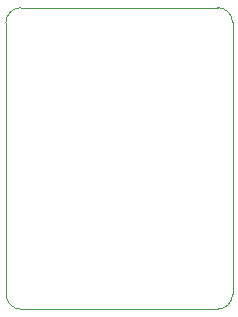
<source format=gm1>
%TF.GenerationSoftware,KiCad,Pcbnew,8.0.5*%
%TF.CreationDate,2025-02-24T22:08:56-06:00*%
%TF.ProjectId,spudglo_driver_mini_v1p0,73707564-676c-46f5-9f64-72697665725f,rev?*%
%TF.SameCoordinates,Original*%
%TF.FileFunction,Profile,NP*%
%FSLAX46Y46*%
G04 Gerber Fmt 4.6, Leading zero omitted, Abs format (unit mm)*
G04 Created by KiCad (PCBNEW 8.0.5) date 2025-02-24 22:08:56*
%MOMM*%
%LPD*%
G01*
G04 APERTURE LIST*
%TA.AperFunction,Profile*%
%ADD10C,0.050000*%
%TD*%
G04 APERTURE END LIST*
D10*
X208283590Y-50278541D02*
G75*
G02*
X209553614Y-51542157I30J-1270010D01*
G01*
X209553616Y-74542157D02*
G75*
G02*
X208290000Y-75812153I-1266806J-3190D01*
G01*
X191635626Y-75812157D02*
G75*
G02*
X190365626Y-74548541I-3192J1266808D01*
G01*
X208279242Y-50278515D02*
X191629242Y-50278515D01*
X191635626Y-75812157D02*
X208290000Y-75812157D01*
X190365626Y-74548541D02*
X190365626Y-51548541D01*
X190365626Y-51548541D02*
G75*
G02*
X191629242Y-50278515I1270013J29D01*
G01*
X209553616Y-74542157D02*
X209553616Y-51542157D01*
M02*

</source>
